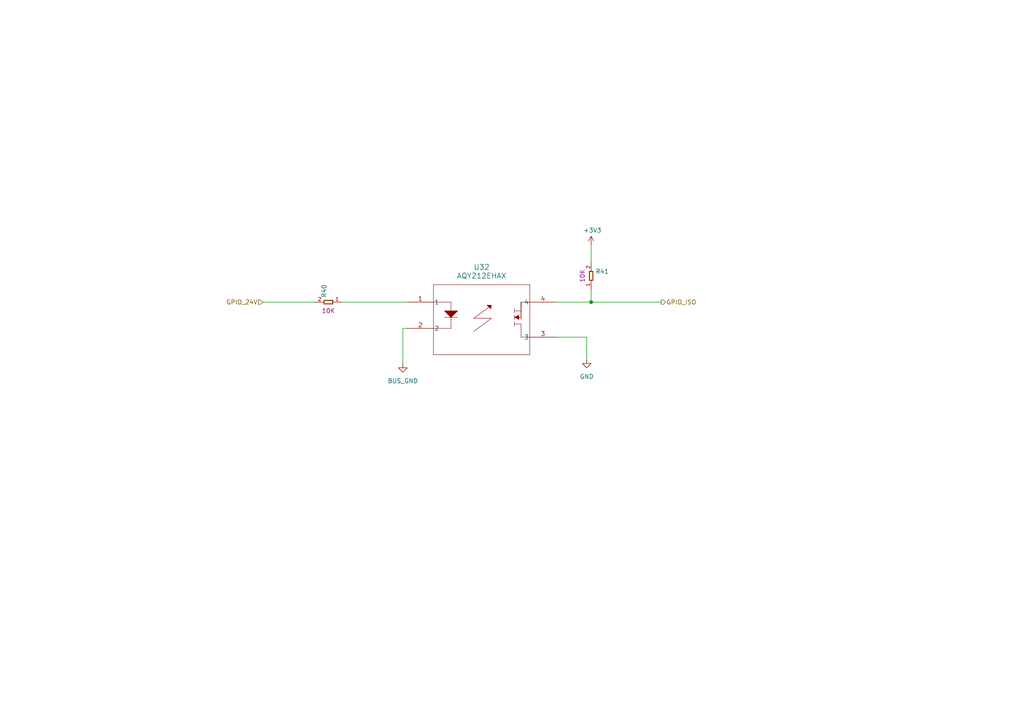
<source format=kicad_sch>
(kicad_sch
	(version 20231120)
	(generator "eeschema")
	(generator_version "8.0")
	(uuid "eddbf91f-c16e-4c8f-9f8d-fa65eac20b2f")
	(paper "A4")
	(lib_symbols
		(symbol "2024-08-23_03-07-13:AQY212EHAX"
			(pin_names
				(offset 0.254)
			)
			(exclude_from_sim no)
			(in_bom yes)
			(on_board yes)
			(property "Reference" "U"
				(at 22.86 10.16 0)
				(effects
					(font
						(size 1.524 1.524)
					)
				)
			)
			(property "Value" "AQY212EHAX"
				(at 22.86 17.78 0)
				(effects
					(font
						(size 1.524 1.524)
					)
				)
			)
			(property "Footprint" "RELAY_AQY_SO4_EH_PAN"
				(at 0 0 0)
				(effects
					(font
						(size 1.27 1.27)
						(italic yes)
					)
					(hide yes)
				)
			)
			(property "Datasheet" "AQY212EHAX"
				(at 0 0 0)
				(effects
					(font
						(size 1.27 1.27)
						(italic yes)
					)
					(hide yes)
				)
			)
			(property "Description" ""
				(at 0 0 0)
				(effects
					(font
						(size 1.27 1.27)
					)
					(hide yes)
				)
			)
			(property "ki_locked" ""
				(at 0 0 0)
				(effects
					(font
						(size 1.27 1.27)
					)
				)
			)
			(property "ki_keywords" "AQY212EHAX"
				(at 0 0 0)
				(effects
					(font
						(size 1.27 1.27)
					)
					(hide yes)
				)
			)
			(property "ki_fp_filters" "RELAY_AQY_SO4_EH_PAN"
				(at 0 0 0)
				(effects
					(font
						(size 1.27 1.27)
					)
					(hide yes)
				)
			)
			(symbol "AQY212EHAX_0_1"
				(polyline
					(pts
						(xy 7.62 -15.24) (xy 35.56 -15.24)
					)
					(stroke
						(width 0.127)
						(type default)
					)
					(fill
						(type none)
					)
				)
				(polyline
					(pts
						(xy 7.62 5.08) (xy 7.62 -15.24)
					)
					(stroke
						(width 0.127)
						(type default)
					)
					(fill
						(type none)
					)
				)
				(polyline
					(pts
						(xy 10.795 -4.445) (xy 14.605 -4.445)
					)
					(stroke
						(width 0.127)
						(type default)
					)
					(fill
						(type none)
					)
				)
				(polyline
					(pts
						(xy 12.7 -7.62) (xy 7.62 -7.62)
					)
					(stroke
						(width 0.127)
						(type default)
					)
					(fill
						(type none)
					)
				)
				(polyline
					(pts
						(xy 12.7 0) (xy 7.62 0)
					)
					(stroke
						(width 0.127)
						(type default)
					)
					(fill
						(type none)
					)
				)
				(polyline
					(pts
						(xy 12.7 0) (xy 12.7 -7.62)
					)
					(stroke
						(width 0.127)
						(type default)
					)
					(fill
						(type none)
					)
				)
				(polyline
					(pts
						(xy 19.304 -8.509) (xy 24.384 -4.699)
					)
					(stroke
						(width 0.127)
						(type default)
					)
					(fill
						(type none)
					)
				)
				(polyline
					(pts
						(xy 19.304 -4.699) (xy 23.876 -1.27)
					)
					(stroke
						(width 0.127)
						(type default)
					)
					(fill
						(type none)
					)
				)
				(polyline
					(pts
						(xy 23.749 -4.699) (xy 19.304 -4.699)
					)
					(stroke
						(width 0.127)
						(type default)
					)
					(fill
						(type none)
					)
				)
				(polyline
					(pts
						(xy 23.749 -4.699) (xy 24.384 -4.699)
					)
					(stroke
						(width 0.127)
						(type default)
					)
					(fill
						(type none)
					)
				)
				(polyline
					(pts
						(xy 31.115 -6.35) (xy 33.02 -6.35)
					)
					(stroke
						(width 0.127)
						(type default)
					)
					(fill
						(type none)
					)
				)
				(polyline
					(pts
						(xy 31.115 -5.715) (xy 31.115 -6.985)
					)
					(stroke
						(width 0.127)
						(type default)
					)
					(fill
						(type none)
					)
				)
				(polyline
					(pts
						(xy 31.115 -4.445) (xy 33.02 -4.445)
					)
					(stroke
						(width 0.127)
						(type default)
					)
					(fill
						(type none)
					)
				)
				(polyline
					(pts
						(xy 31.115 -3.81) (xy 31.115 -5.08)
					)
					(stroke
						(width 0.127)
						(type default)
					)
					(fill
						(type none)
					)
				)
				(polyline
					(pts
						(xy 31.115 -3.175) (xy 31.115 -1.905)
					)
					(stroke
						(width 0.127)
						(type default)
					)
					(fill
						(type none)
					)
				)
				(polyline
					(pts
						(xy 31.115 -2.54) (xy 33.02 -2.54)
					)
					(stroke
						(width 0.127)
						(type default)
					)
					(fill
						(type none)
					)
				)
				(polyline
					(pts
						(xy 33.02 -10.16) (xy 35.56 -10.16)
					)
					(stroke
						(width 0.127)
						(type default)
					)
					(fill
						(type none)
					)
				)
				(polyline
					(pts
						(xy 33.02 -6.35) (xy 33.02 -10.16)
					)
					(stroke
						(width 0.127)
						(type default)
					)
					(fill
						(type none)
					)
				)
				(polyline
					(pts
						(xy 33.02 -5.08) (xy 33.02 0)
					)
					(stroke
						(width 0.127)
						(type default)
					)
					(fill
						(type none)
					)
				)
				(polyline
					(pts
						(xy 33.02 0) (xy 33.02 -4.445)
					)
					(stroke
						(width 0.127)
						(type default)
					)
					(fill
						(type none)
					)
				)
				(polyline
					(pts
						(xy 33.02 0) (xy 33.02 -1.27)
					)
					(stroke
						(width 0.127)
						(type default)
					)
					(fill
						(type none)
					)
				)
				(polyline
					(pts
						(xy 35.56 -15.24) (xy 35.56 5.08)
					)
					(stroke
						(width 0.127)
						(type default)
					)
					(fill
						(type none)
					)
				)
				(polyline
					(pts
						(xy 35.56 0) (xy 33.02 0)
					)
					(stroke
						(width 0.127)
						(type default)
					)
					(fill
						(type none)
					)
				)
				(polyline
					(pts
						(xy 35.56 5.08) (xy 7.62 5.08)
					)
					(stroke
						(width 0.127)
						(type default)
					)
					(fill
						(type none)
					)
				)
				(polyline
					(pts
						(xy 31.115 -4.445) (xy 32.385 -3.81) (xy 32.385 -5.08)
					)
					(stroke
						(width 0)
						(type default)
					)
					(fill
						(type outline)
					)
				)
				(polyline
					(pts
						(xy 14.605 -2.54) (xy 10.795 -2.54) (xy 12.7 -4.445) (xy 14.605 -2.54)
					)
					(stroke
						(width 0)
						(type default)
					)
					(fill
						(type outline)
					)
				)
				(polyline
					(pts
						(xy 24.384 -0.889) (xy 23.114 -0.889) (xy 24.257 -1.905) (xy 24.384 -0.889)
					)
					(stroke
						(width 0)
						(type default)
					)
					(fill
						(type outline)
					)
				)
				(pin unspecified line
					(at 0 0 0)
					(length 7.62)
					(name "1"
						(effects
							(font
								(size 1.27 1.27)
							)
						)
					)
					(number "1"
						(effects
							(font
								(size 1.27 1.27)
							)
						)
					)
				)
				(pin unspecified line
					(at 0 -7.62 0)
					(length 7.62)
					(name "2"
						(effects
							(font
								(size 1.27 1.27)
							)
						)
					)
					(number "2"
						(effects
							(font
								(size 1.27 1.27)
							)
						)
					)
				)
				(pin unspecified line
					(at 43.18 -10.16 180)
					(length 7.62)
					(name "3"
						(effects
							(font
								(size 1.27 1.27)
							)
						)
					)
					(number "3"
						(effects
							(font
								(size 1.27 1.27)
							)
						)
					)
				)
				(pin unspecified line
					(at 43.18 0 180)
					(length 7.62)
					(name "4"
						(effects
							(font
								(size 1.27 1.27)
							)
						)
					)
					(number "4"
						(effects
							(font
								(size 1.27 1.27)
							)
						)
					)
				)
			)
		)
		(symbol "SMD-RES-10K-5_-1__0402_:SMD-RES-10K-5_-1__0402_"
			(pin_names
				(offset 1.016)
			)
			(exclude_from_sim no)
			(in_bom yes)
			(on_board yes)
			(property "Reference" "U"
				(at -3.8175 1.2725 0)
				(effects
					(font
						(size 1.27 1.27)
					)
					(justify left bottom)
				)
			)
			(property "Value" "10K"
				(at 0 0 0)
				(effects
					(font
						(size 1.27 1.27)
					)
					(justify bottom)
					(hide yes)
				)
			)
			(property "Footprint" "SMD-RES-10K-5_-1__0402_:R0402"
				(at 0 0 0)
				(effects
					(font
						(size 1.27 1.27)
					)
					(justify bottom)
					(hide yes)
				)
			)
			(property "Datasheet" ""
				(at 0 0 0)
				(effects
					(font
						(size 1.27 1.27)
					)
					(hide yes)
				)
			)
			(property "Description" ""
				(at 0 0 0)
				(effects
					(font
						(size 1.27 1.27)
					)
					(hide yes)
				)
			)
			(property "MPN" "RC0402JR-0710KL"
				(at 0 0 0)
				(effects
					(font
						(size 1.27 1.27)
					)
					(justify bottom)
					(hide yes)
				)
			)
			(symbol "SMD-RES-10K-5_-1__0402__0_0"
				(rectangle
					(start -1.27 -0.508)
					(end 1.27 0.508)
					(stroke
						(width 0.254)
						(type default)
					)
					(fill
						(type background)
					)
				)
				(pin passive line
					(at -3.81 0 0)
					(length 2.54)
					(name "~"
						(effects
							(font
								(size 1.016 1.016)
							)
						)
					)
					(number "1"
						(effects
							(font
								(size 1.016 1.016)
							)
						)
					)
				)
				(pin passive line
					(at 3.81 0 180)
					(length 2.54)
					(name "~"
						(effects
							(font
								(size 1.016 1.016)
							)
						)
					)
					(number "2"
						(effects
							(font
								(size 1.016 1.016)
							)
						)
					)
				)
			)
		)
		(symbol "power:+3.3V"
			(power)
			(pin_names
				(offset 0)
			)
			(exclude_from_sim no)
			(in_bom yes)
			(on_board yes)
			(property "Reference" "#PWR"
				(at 0 -3.81 0)
				(effects
					(font
						(size 1.27 1.27)
					)
					(hide yes)
				)
			)
			(property "Value" "+3.3V"
				(at 0 3.556 0)
				(effects
					(font
						(size 1.27 1.27)
					)
				)
			)
			(property "Footprint" ""
				(at 0 0 0)
				(effects
					(font
						(size 1.27 1.27)
					)
					(hide yes)
				)
			)
			(property "Datasheet" ""
				(at 0 0 0)
				(effects
					(font
						(size 1.27 1.27)
					)
					(hide yes)
				)
			)
			(property "Description" "Power symbol creates a global label with name \"+3.3V\""
				(at 0 0 0)
				(effects
					(font
						(size 1.27 1.27)
					)
					(hide yes)
				)
			)
			(property "ki_keywords" "power-flag"
				(at 0 0 0)
				(effects
					(font
						(size 1.27 1.27)
					)
					(hide yes)
				)
			)
			(symbol "+3.3V_0_1"
				(polyline
					(pts
						(xy -0.762 1.27) (xy 0 2.54)
					)
					(stroke
						(width 0)
						(type default)
					)
					(fill
						(type none)
					)
				)
				(polyline
					(pts
						(xy 0 0) (xy 0 2.54)
					)
					(stroke
						(width 0)
						(type default)
					)
					(fill
						(type none)
					)
				)
				(polyline
					(pts
						(xy 0 2.54) (xy 0.762 1.27)
					)
					(stroke
						(width 0)
						(type default)
					)
					(fill
						(type none)
					)
				)
			)
			(symbol "+3.3V_1_1"
				(pin power_in line
					(at 0 0 90)
					(length 0) hide
					(name "+3V3"
						(effects
							(font
								(size 1.27 1.27)
							)
						)
					)
					(number "1"
						(effects
							(font
								(size 1.27 1.27)
							)
						)
					)
				)
			)
		)
		(symbol "power:GND"
			(power)
			(pin_numbers hide)
			(pin_names
				(offset 0) hide)
			(exclude_from_sim no)
			(in_bom yes)
			(on_board yes)
			(property "Reference" "#PWR"
				(at 0 -6.35 0)
				(effects
					(font
						(size 1.27 1.27)
					)
					(hide yes)
				)
			)
			(property "Value" "GND"
				(at 0 -3.81 0)
				(effects
					(font
						(size 1.27 1.27)
					)
				)
			)
			(property "Footprint" ""
				(at 0 0 0)
				(effects
					(font
						(size 1.27 1.27)
					)
					(hide yes)
				)
			)
			(property "Datasheet" ""
				(at 0 0 0)
				(effects
					(font
						(size 1.27 1.27)
					)
					(hide yes)
				)
			)
			(property "Description" "Power symbol creates a global label with name \"GND\" , ground"
				(at 0 0 0)
				(effects
					(font
						(size 1.27 1.27)
					)
					(hide yes)
				)
			)
			(property "ki_keywords" "global power"
				(at 0 0 0)
				(effects
					(font
						(size 1.27 1.27)
					)
					(hide yes)
				)
			)
			(symbol "GND_0_1"
				(polyline
					(pts
						(xy 0 0) (xy 0 -1.27) (xy 1.27 -1.27) (xy 0 -2.54) (xy -1.27 -1.27) (xy 0 -1.27)
					)
					(stroke
						(width 0)
						(type default)
					)
					(fill
						(type none)
					)
				)
			)
			(symbol "GND_1_1"
				(pin power_in line
					(at 0 0 270)
					(length 0)
					(name "~"
						(effects
							(font
								(size 1.27 1.27)
							)
						)
					)
					(number "1"
						(effects
							(font
								(size 1.27 1.27)
							)
						)
					)
				)
			)
		)
	)
	(junction
		(at 171.45 87.63)
		(diameter 0)
		(color 0 0 0 0)
		(uuid "0bf6e3ac-8dba-4574-928a-f9be14f30490")
	)
	(wire
		(pts
			(xy 161.29 97.79) (xy 170.18 97.79)
		)
		(stroke
			(width 0)
			(type default)
		)
		(uuid "0eb3482f-79f5-4c10-9680-51d686bfba73")
	)
	(wire
		(pts
			(xy 170.18 97.79) (xy 170.18 104.14)
		)
		(stroke
			(width 0)
			(type default)
		)
		(uuid "25d15a58-153a-4dfb-9b83-3f1c4531bdca")
	)
	(wire
		(pts
			(xy 171.45 87.63) (xy 191.77 87.63)
		)
		(stroke
			(width 0)
			(type default)
		)
		(uuid "2eb2fff6-c65a-4d8e-a820-a36e2791f2c9")
	)
	(wire
		(pts
			(xy 118.11 95.25) (xy 116.84 95.25)
		)
		(stroke
			(width 0)
			(type default)
		)
		(uuid "51a3fb92-8f34-41a6-bcae-db2b62031a67")
	)
	(wire
		(pts
			(xy 99.06 87.63) (xy 118.11 87.63)
		)
		(stroke
			(width 0)
			(type default)
		)
		(uuid "6330ca13-8aa9-45ab-8fae-620aecf3d8fc")
	)
	(wire
		(pts
			(xy 161.29 87.63) (xy 171.45 87.63)
		)
		(stroke
			(width 0)
			(type default)
		)
		(uuid "bbc26872-7802-41f8-8747-4ad696786905")
	)
	(wire
		(pts
			(xy 116.84 95.25) (xy 116.84 105.41)
		)
		(stroke
			(width 0)
			(type default)
		)
		(uuid "bff7efcd-1a36-44e3-903e-b23695bcbc2d")
	)
	(wire
		(pts
			(xy 76.2 87.63) (xy 91.44 87.63)
		)
		(stroke
			(width 0)
			(type default)
		)
		(uuid "d8fbe8b7-b8d7-4c94-8ed0-6d7653e3e6b4")
	)
	(wire
		(pts
			(xy 171.45 71.12) (xy 171.45 76.2)
		)
		(stroke
			(width 0)
			(type default)
		)
		(uuid "db3a5c3f-8fcf-432d-a470-524490708607")
	)
	(wire
		(pts
			(xy 171.45 83.82) (xy 171.45 87.63)
		)
		(stroke
			(width 0)
			(type default)
		)
		(uuid "f32dd467-0ba1-456a-8d6c-a57265241217")
	)
	(hierarchical_label "GPIO_24V"
		(shape input)
		(at 76.2 87.63 180)
		(fields_autoplaced yes)
		(effects
			(font
				(size 1.27 1.27)
			)
			(justify right)
		)
		(uuid "be8d06fa-5ae7-4156-8d71-91d9041ab689")
	)
	(hierarchical_label "GPIO_ISO"
		(shape output)
		(at 191.77 87.63 0)
		(fields_autoplaced yes)
		(effects
			(font
				(size 1.27 1.27)
			)
			(justify left)
		)
		(uuid "be9abffd-31f1-43de-b468-577e7db659cc")
	)
	(symbol
		(lib_id "power:+3.3V")
		(at 171.45 71.12 0)
		(unit 1)
		(exclude_from_sim no)
		(in_bom yes)
		(on_board yes)
		(dnp no)
		(uuid "1a22c0ee-0080-43c1-9393-e545897797b7")
		(property "Reference" "#PWR035"
			(at 171.45 74.93 0)
			(effects
				(font
					(size 1.27 1.27)
				)
				(hide yes)
			)
		)
		(property "Value" "+3V3"
			(at 171.8183 66.7956 0)
			(effects
				(font
					(size 1.27 1.27)
				)
			)
		)
		(property "Footprint" ""
			(at 171.45 71.12 0)
			(effects
				(font
					(size 1.27 1.27)
				)
			)
		)
		(property "Datasheet" ""
			(at 171.45 71.12 0)
			(effects
				(font
					(size 1.27 1.27)
				)
			)
		)
		(property "Description" ""
			(at 171.45 71.12 0)
			(effects
				(font
					(size 1.27 1.27)
				)
				(hide yes)
			)
		)
		(pin "1"
			(uuid "59d6b56d-34d2-4c16-858a-df88bfddef2e")
		)
		(instances
			(project "TPM-IO-BOARD"
				(path "/e63e39d7-6ac0-4ffd-8aa3-1841a4541b55/1e4d6461-47be-454f-a6a9-657f70d48f72"
					(reference "#PWR035")
					(unit 1)
				)
				(path "/e63e39d7-6ac0-4ffd-8aa3-1841a4541b55/488cb317-a7f2-4f0b-a16c-81417664e0ce"
					(reference "#PWR039")
					(unit 1)
				)
			)
		)
	)
	(symbol
		(lib_id "power:GND")
		(at 170.18 104.14 0)
		(unit 1)
		(exclude_from_sim no)
		(in_bom yes)
		(on_board yes)
		(dnp no)
		(fields_autoplaced yes)
		(uuid "38deab2f-78b6-462b-81d8-39d0d995b9e8")
		(property "Reference" "#PWR036"
			(at 170.18 110.49 0)
			(effects
				(font
					(size 1.27 1.27)
				)
				(hide yes)
			)
		)
		(property "Value" "GND"
			(at 170.18 109.22 0)
			(effects
				(font
					(size 1.27 1.27)
				)
			)
		)
		(property "Footprint" ""
			(at 170.18 104.14 0)
			(effects
				(font
					(size 1.27 1.27)
				)
				(hide yes)
			)
		)
		(property "Datasheet" ""
			(at 170.18 104.14 0)
			(effects
				(font
					(size 1.27 1.27)
				)
				(hide yes)
			)
		)
		(property "Description" "Power symbol creates a global label with name \"GND\" , ground"
			(at 170.18 104.14 0)
			(effects
				(font
					(size 1.27 1.27)
				)
				(hide yes)
			)
		)
		(pin "1"
			(uuid "cc5d51a4-30b6-43e6-87ae-4972b9da94d9")
		)
		(instances
			(project "TPM-IO-BOARD"
				(path "/e63e39d7-6ac0-4ffd-8aa3-1841a4541b55/1e4d6461-47be-454f-a6a9-657f70d48f72"
					(reference "#PWR036")
					(unit 1)
				)
				(path "/e63e39d7-6ac0-4ffd-8aa3-1841a4541b55/488cb317-a7f2-4f0b-a16c-81417664e0ce"
					(reference "#PWR038")
					(unit 1)
				)
			)
		)
	)
	(symbol
		(lib_id "SMD-RES-10K-5_-1__0402_:SMD-RES-10K-5_-1__0402_")
		(at 95.25 87.63 180)
		(unit 1)
		(exclude_from_sim no)
		(in_bom yes)
		(on_board yes)
		(dnp no)
		(uuid "4946c9f9-95c4-4cc7-a570-07fe565ef7b0")
		(property "Reference" "R40"
			(at 93.9799 86.36 90)
			(effects
				(font
					(size 1.27 1.27)
				)
				(justify right)
			)
		)
		(property "Value" "SMD-RES-10K-5_-1__0402_"
			(at 96.5199 86.36 90)
			(effects
				(font
					(size 1.27 1.27)
				)
				(justify right)
				(hide yes)
			)
		)
		(property "Footprint" "RC0402JR_0710KL:R0402"
			(at 95.25 87.63 0)
			(effects
				(font
					(size 1.27 1.27)
				)
				(justify bottom)
				(hide yes)
			)
		)
		(property "Datasheet" ""
			(at 95.25 87.63 0)
			(effects
				(font
					(size 1.27 1.27)
				)
				(hide yes)
			)
		)
		(property "Description" ""
			(at 95.25 87.63 0)
			(effects
				(font
					(size 1.27 1.27)
				)
				(hide yes)
			)
		)
		(property "MPN" "RC0402JR-0710KL"
			(at 95.25 87.63 0)
			(effects
				(font
					(size 1.27 1.27)
				)
				(justify bottom)
				(hide yes)
			)
		)
		(property "VALUE" "10K"
			(at 95.25 89.408 0)
			(effects
				(font
					(size 1.27 1.27)
				)
				(justify bottom)
			)
		)
		(pin "2"
			(uuid "bfe9fc4a-8182-45d9-a10e-dc05e120aca6")
		)
		(pin "1"
			(uuid "006a8763-8be2-4766-83e6-9d1eb9f2edb1")
		)
		(instances
			(project "TPM-IO-BOARD"
				(path "/e63e39d7-6ac0-4ffd-8aa3-1841a4541b55/1e4d6461-47be-454f-a6a9-657f70d48f72"
					(reference "R40")
					(unit 1)
				)
				(path "/e63e39d7-6ac0-4ffd-8aa3-1841a4541b55/488cb317-a7f2-4f0b-a16c-81417664e0ce"
					(reference "R34")
					(unit 1)
				)
			)
		)
	)
	(symbol
		(lib_id "2024-08-23_03-07-13:AQY212EHAX")
		(at 118.11 87.63 0)
		(unit 1)
		(exclude_from_sim no)
		(in_bom yes)
		(on_board yes)
		(dnp no)
		(fields_autoplaced yes)
		(uuid "4b13b369-af86-408a-9ee1-12dfcaf7f8f7")
		(property "Reference" "U32"
			(at 139.7 77.47 0)
			(effects
				(font
					(size 1.524 1.524)
				)
			)
		)
		(property "Value" "AQY212EHAX"
			(at 139.7 80.01 0)
			(effects
				(font
					(size 1.524 1.524)
				)
			)
		)
		(property "Footprint" "OptoDevice:Panasonic_APV-AQY_SSOP-4_4.45x2.65mm_P1.27mm"
			(at 118.11 87.63 0)
			(effects
				(font
					(size 1.27 1.27)
					(italic yes)
				)
				(hide yes)
			)
		)
		(property "Datasheet" "AQY212EHAX"
			(at 118.11 87.63 0)
			(effects
				(font
					(size 1.27 1.27)
					(italic yes)
				)
				(hide yes)
			)
		)
		(property "Description" ""
			(at 118.11 87.63 0)
			(effects
				(font
					(size 1.27 1.27)
				)
				(hide yes)
			)
		)
		(pin "2"
			(uuid "3f3b6bf8-b22d-40ab-8c63-6a565197365d")
		)
		(pin "4"
			(uuid "6f16a070-5514-4cf6-9bad-3574c7f87dcb")
		)
		(pin "3"
			(uuid "ad1ddec7-06e4-4ec5-89d5-034d99b51017")
		)
		(pin "1"
			(uuid "661382fb-9f17-4e48-9f4e-e313067d19eb")
		)
		(instances
			(project "TPM-IO-BOARD"
				(path "/e63e39d7-6ac0-4ffd-8aa3-1841a4541b55/1e4d6461-47be-454f-a6a9-657f70d48f72"
					(reference "U32")
					(unit 1)
				)
				(path "/e63e39d7-6ac0-4ffd-8aa3-1841a4541b55/488cb317-a7f2-4f0b-a16c-81417664e0ce"
					(reference "U7")
					(unit 1)
				)
			)
		)
	)
	(symbol
		(lib_id "power:GND")
		(at 116.84 105.41 0)
		(unit 1)
		(exclude_from_sim no)
		(in_bom yes)
		(on_board yes)
		(dnp no)
		(fields_autoplaced yes)
		(uuid "bb184a19-f42e-43c6-9371-40443fc7782d")
		(property "Reference" "#PWR037"
			(at 116.84 111.76 0)
			(effects
				(font
					(size 1.27 1.27)
				)
				(hide yes)
			)
		)
		(property "Value" "BUS_GND"
			(at 116.84 110.49 0)
			(effects
				(font
					(size 1.27 1.27)
				)
			)
		)
		(property "Footprint" ""
			(at 116.84 105.41 0)
			(effects
				(font
					(size 1.27 1.27)
				)
				(hide yes)
			)
		)
		(property "Datasheet" ""
			(at 116.84 105.41 0)
			(effects
				(font
					(size 1.27 1.27)
				)
				(hide yes)
			)
		)
		(property "Description" "Power symbol creates a global label with name \"GND\" , ground"
			(at 116.84 105.41 0)
			(effects
				(font
					(size 1.27 1.27)
				)
				(hide yes)
			)
		)
		(pin "1"
			(uuid "5f808837-f14f-45b8-9e6d-d13e9a82d9ce")
		)
		(instances
			(project ""
				(path "/e63e39d7-6ac0-4ffd-8aa3-1841a4541b55/1e4d6461-47be-454f-a6a9-657f70d48f72"
					(reference "#PWR037")
					(unit 1)
				)
				(path "/e63e39d7-6ac0-4ffd-8aa3-1841a4541b55/488cb317-a7f2-4f0b-a16c-81417664e0ce"
					(reference "#PWR0101")
					(unit 1)
				)
			)
		)
	)
	(symbol
		(lib_id "SMD-RES-10K-5_-1__0402_:SMD-RES-10K-5_-1__0402_")
		(at 171.45 80.01 90)
		(unit 1)
		(exclude_from_sim no)
		(in_bom yes)
		(on_board yes)
		(dnp no)
		(uuid "e2561008-d5c8-4ca7-a5a1-780eb95a1b3c")
		(property "Reference" "R41"
			(at 172.72 78.7399 90)
			(effects
				(font
					(size 1.27 1.27)
				)
				(justify right)
			)
		)
		(property "Value" "SMD-RES-10K-5_-1__0402_"
			(at 172.72 81.2799 90)
			(effects
				(font
					(size 1.27 1.27)
				)
				(justify right)
				(hide yes)
			)
		)
		(property "Footprint" "RC0402JR_0710KL:R0402"
			(at 171.45 80.01 0)
			(effects
				(font
					(size 1.27 1.27)
				)
				(justify bottom)
				(hide yes)
			)
		)
		(property "Datasheet" ""
			(at 171.45 80.01 0)
			(effects
				(font
					(size 1.27 1.27)
				)
				(hide yes)
			)
		)
		(property "Description" ""
			(at 171.45 80.01 0)
			(effects
				(font
					(size 1.27 1.27)
				)
				(hide yes)
			)
		)
		(property "MPN" "RC0402JR-0710KL"
			(at 171.45 80.01 0)
			(effects
				(font
					(size 1.27 1.27)
				)
				(justify bottom)
				(hide yes)
			)
		)
		(property "VALUE" "10K"
			(at 169.672 80.01 0)
			(effects
				(font
					(size 1.27 1.27)
				)
				(justify bottom)
			)
		)
		(pin "2"
			(uuid "2ae153fb-7329-4483-9c2c-c961a264b5ec")
		)
		(pin "1"
			(uuid "8063d7de-713a-4b7a-b299-1dde5a942466")
		)
		(instances
			(project "TPM-IO-BOARD"
				(path "/e63e39d7-6ac0-4ffd-8aa3-1841a4541b55/1e4d6461-47be-454f-a6a9-657f70d48f72"
					(reference "R41")
					(unit 1)
				)
				(path "/e63e39d7-6ac0-4ffd-8aa3-1841a4541b55/488cb317-a7f2-4f0b-a16c-81417664e0ce"
					(reference "R35")
					(unit 1)
				)
			)
		)
	)
)

</source>
